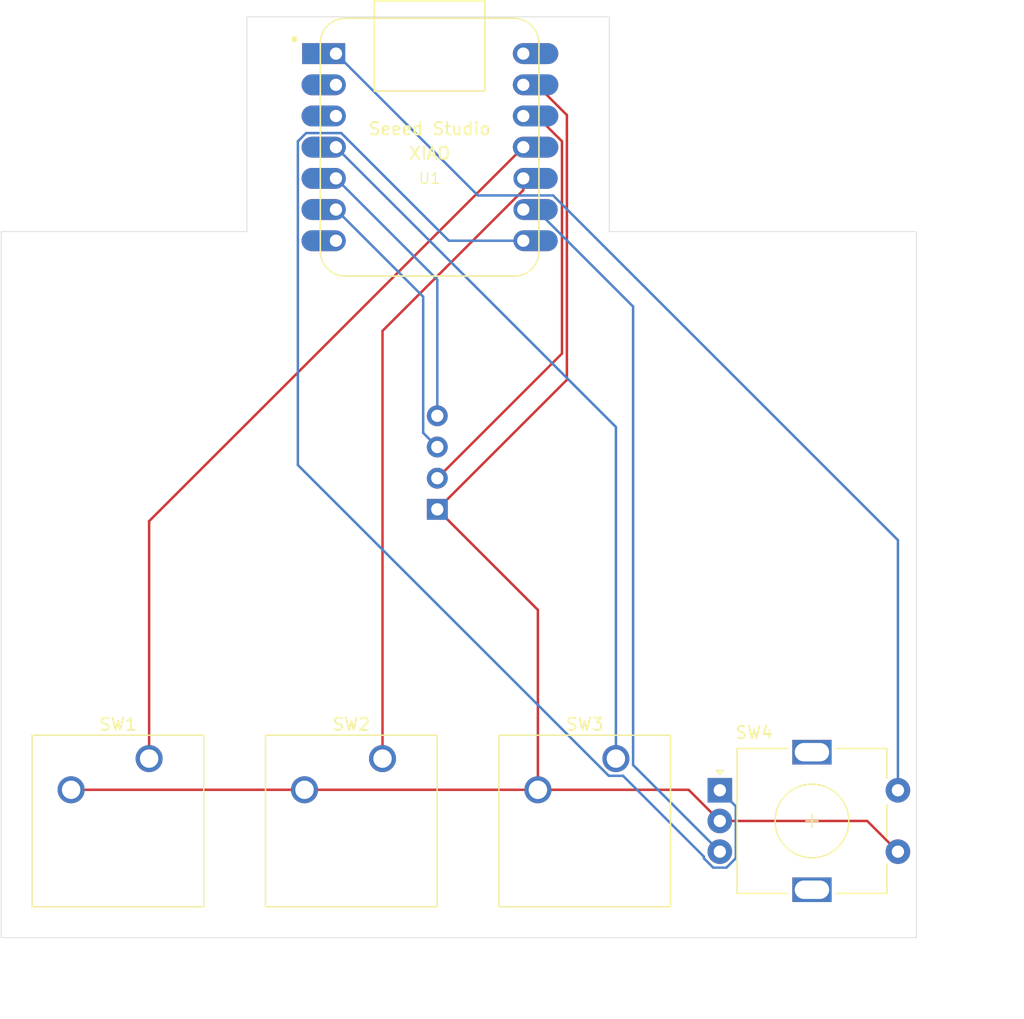
<source format=kicad_pcb>
(kicad_pcb (version 20240108) (generator "pcbnew") (generator_version "8.0")
  (layers (0 "F.Cu" signal) (31 "B.Cu" signal) (34 "B.Paste" user) (35 "F.Paste" user) (36 "B.SilkS" user "B.Silkscreen") (37 "F.SilkS" user "F.Silkscreen") (38 "B.Mask" user) (39 "F.Mask" user) (44 "Edge.Cuts" user))
  (net 0 "")
  (net 1 "Net-(U1-PA6_A10_D10_MOSI)")
  (net 2 "Net-(U1-PA5_A9_D9_MISO)")
  (net 4 "EC11A")
  (net 7 "Net-(U1-PA11_A3_D3)")
  (net 8 "Net-(U1-PA02_A0_D0)")
  (net 9 "EC11B")
  (net 10 "GND")
  (net 11 "Net-(J1-SCL)")
  (net 12 "+3.3V")
  (net 13 "Net-(J1-SDA)")
  (footprint "Rotary_Encoder:RotaryEncoder_Alps_EC11E-Switch_Vertical_H20mm" (layer "F.Cu") (at 177 120)
    (property "Reference" "SW4" (at 2.8 -4.7 0) (layer "F.SilkS"))
    (property "Value" "RotaryEncoder_Switch")
    (fp_line (start -0.3 -1.6) (end 0.3 -1.6) (stroke (width 0.12)) (layer "F.SilkS"))
    (fp_line (start 0 -1.3) (end -0.3 -1.6) (stroke (width 0.12)) (layer "F.SilkS"))
    (fp_line (start 0.3 -1.6) (end 0 -1.3) (stroke (width 0.12)) (layer "F.SilkS"))
    (fp_line (start 1.4 -3.4) (end 1.4 8.4) (stroke (width 0.12)) (layer "F.SilkS"))
    (fp_line (start 5.5 -3.4) (end 1.4 -3.4) (stroke (width 0.12)) (layer "F.SilkS"))
    (fp_line (start 5.5 8.4) (end 1.4 8.4) (stroke (width 0.12)) (layer "F.SilkS"))
    (fp_line (start 7 2.5) (end 8 2.5) (stroke (width 0.12)) (layer "F.SilkS"))
    (fp_line (start 7.5 2) (end 7.5 3) (stroke (width 0.12)) (layer "F.SilkS"))
    (fp_line (start 9.5 -3.4) (end 13.6 -3.4) (stroke (width 0.12)) (layer "F.SilkS"))
    (fp_line (start 13.6 -3.4) (end 13.6 -1) (stroke (width 0.12)) (layer "F.SilkS"))
    (fp_line (start 13.6 1.2) (end 13.6 3.8) (stroke (width 0.12)) (layer "F.SilkS"))
    (fp_line (start 13.6 6) (end 13.6 8.4) (stroke (width 0.12)) (layer "F.SilkS"))
    (fp_line (start 13.6 8.4) (end 9.5 8.4) (stroke (width 0.12)) (layer "F.SilkS"))
    (fp_circle (center 7.5 2.5) (end 10.5 2.5) (stroke (width 0.12)) (fill none) (layer "F.SilkS"))
    (pad "A" thru_hole rect (at 0 0) (size 2 2) (drill 1) (layers "*.Cu" "*.Mask") (net 4 "EC11A"))
    (pad "B" thru_hole circle (at 0 5) (size 2 2) (drill 1) (layers "*.Cu" "*.Mask") (net 9 "EC11B"))
    (pad "C" thru_hole circle (at 0 2.5) (size 2 2) (drill 1) (layers "*.Cu" "*.Mask") (net 10 "GND"))
    (pad "MP" thru_hole rect (at 7.5 -3.1) (size 3.2 2) (drill oval 2.8 1.5) (layers "*.Cu" "*.Mask"))
    (pad "MP" thru_hole rect (at 7.5 8.1) (size 3.2 2) (drill oval 2.8 1.5) (layers "*.Cu" "*.Mask"))
    (pad "S1" thru_hole circle (at 14.5 5) (size 2 2) (drill 1) (layers "*.Cu" "*.Mask") (net 10 "GND"))
    (pad "S2" thru_hole circle (at 14.5 0) (size 2 2) (drill 1) (layers "*.Cu" "*.Mask") (net 8 "Net-(U1-PA02_A0_D0)"))
  )
  (footprint "Button_Switch_Keyboard:SW_Cherry_MX_1.00u_PCB" (layer "F.Cu") (at 168.54 117.42)
    (property "Reference" "SW3" (at -2.54 -2.794 0) (layer "F.SilkS"))
    (property "Value" "SW_Push")
    (fp_line (start -9.525 -1.905) (end 4.445 -1.905) (stroke (width 0.12)) (layer "F.SilkS"))
    (fp_line (start -9.525 12.065) (end -9.525 -1.905) (stroke (width 0.12)) (layer "F.SilkS"))
    (fp_line (start 4.445 -1.905) (end 4.445 12.065) (stroke (width 0.12)) (layer "F.SilkS"))
    (fp_line (start 4.445 12.065) (end -9.525 12.065) (stroke (width 0.12)) (layer "F.SilkS"))
    (pad "" np_thru_hole circle (at -7.62 5.08) (size 1.7 1.7) (drill 1.7) (layers "*.Cu" "*.Mask"))
    (pad "" np_thru_hole circle (at -2.54 5.08) (size 4 4) (drill 4) (layers "*.Cu" "*.Mask"))
    (pad "" np_thru_hole circle (at 2.54 5.08) (size 1.7 1.7) (drill 1.7) (layers "*.Cu" "*.Mask"))
    (pad "1" thru_hole circle (at 0 0) (size 2.2 2.2) (drill 1.5) (layers "*.Cu" "*.Mask") (net 7 "Net-(U1-PA11_A3_D3)"))
    (pad "2" thru_hole circle (at -6.35 2.54) (size 2.2 2.2) (drill 1.5) (layers "*.Cu" "*.Mask") (net 10 "GND"))
  )
  (footprint "XIAO_PCB:OLED_128x32" (layer "F.Cu") (at 152.4 87.32)
    (property "Reference" "J1" (hide yes))
    (property "Value" "OLED_128x32")
    (pad "1" thru_hole rect (at 1.6 9.8 180) (size 1.7 1.7) (drill 1) (layers "*.Cu" "*.Mask") (net 10 "GND"))
    (pad "2" thru_hole oval (at 1.6 7.26 180) (size 1.7 1.7) (drill 1) (layers "*.Cu" "*.Mask") (net 12 "+3.3V"))
    (pad "3" thru_hole oval (at 1.6 4.72 180) (size 1.7 1.7) (drill 1) (layers "*.Cu" "*.Mask") (net 11 "Net-(J1-SCL)"))
    (pad "4" thru_hole oval (at 1.6 2.18 180) (size 1.7 1.7) (drill 1) (layers "*.Cu" "*.Mask") (net 13 "Net-(J1-SDA)"))
  )
  (footprint "Button_Switch_Keyboard:SW_Cherry_MX_1.00u_PCB" (layer "F.Cu") (at 149.54 117.42)
    (property "Reference" "SW2" (at -2.54 -2.794 0) (layer "F.SilkS"))
    (property "Value" "SW_Push")
    (fp_line (start -9.525 -1.905) (end 4.445 -1.905) (stroke (width 0.12)) (layer "F.SilkS"))
    (fp_line (start -9.525 12.065) (end -9.525 -1.905) (stroke (width 0.12)) (layer "F.SilkS"))
    (fp_line (start 4.445 -1.905) (end 4.445 12.065) (stroke (width 0.12)) (layer "F.SilkS"))
    (fp_line (start 4.445 12.065) (end -9.525 12.065) (stroke (width 0.12)) (layer "F.SilkS"))
    (pad "" np_thru_hole circle (at -7.62 5.08) (size 1.7 1.7) (drill 1.7) (layers "*.Cu" "*.Mask"))
    (pad "" np_thru_hole circle (at -2.54 5.08) (size 4 4) (drill 4) (layers "*.Cu" "*.Mask"))
    (pad "" np_thru_hole circle (at 2.54 5.08) (size 1.7 1.7) (drill 1.7) (layers "*.Cu" "*.Mask"))
    (pad "1" thru_hole circle (at 0 0) (size 2.2 2.2) (drill 1.5) (layers "*.Cu" "*.Mask") (net 2 "Net-(U1-PA5_A9_D9_MISO)"))
    (pad "2" thru_hole circle (at -6.35 2.54) (size 2.2 2.2) (drill 1.5) (layers "*.Cu" "*.Mask") (net 10 "GND"))
  )
  (footprint "Button_Switch_Keyboard:SW_Cherry_MX_1.00u_PCB" (layer "F.Cu") (at 130.54 117.42)
    (property "Reference" "SW1" (at -2.54 -2.794 0) (layer "F.SilkS"))
    (property "Value" "SW_Push")
    (fp_line (start -9.525 -1.905) (end 4.445 -1.905) (stroke (width 0.12)) (layer "F.SilkS"))
    (fp_line (start -9.525 12.065) (end -9.525 -1.905) (stroke (width 0.12)) (layer "F.SilkS"))
    (fp_line (start 4.445 -1.905) (end 4.445 12.065) (stroke (width 0.12)) (layer "F.SilkS"))
    (fp_line (start 4.445 12.065) (end -9.525 12.065) (stroke (width 0.12)) (layer "F.SilkS"))
    (pad "" np_thru_hole circle (at -7.62 5.08) (size 1.7 1.7) (drill 1.7) (layers "*.Cu" "*.Mask"))
    (pad "" np_thru_hole circle (at -2.54 5.08) (size 4 4) (drill 4) (layers "*.Cu" "*.Mask"))
    (pad "" np_thru_hole circle (at 2.54 5.08) (size 1.7 1.7) (drill 1.7) (layers "*.Cu" "*.Mask"))
    (pad "1" thru_hole circle (at 0 0) (size 2.2 2.2) (drill 1.5) (layers "*.Cu" "*.Mask") (net 1 "Net-(U1-PA6_A10_D10_MOSI)"))
    (pad "2" thru_hole circle (at -6.35 2.54) (size 2.2 2.2) (drill 1.5) (layers "*.Cu" "*.Mask") (net 10 "GND"))
  )
  (footprint "XIAO_PCB:XIAO-Generic-Hybrid-14P-2.54-21X17.8MM" (layer "F.Cu") (at 153.375 67.62)
    (property "Reference" "U1" (at 0 2.54 0) (layer "F.SilkS") (effects (font (size 0.889 0.889) (thickness 0.1016))))
    (property "Value" "MOUDLE-SEEEDUINO-XIAO" (hide yes))
    (fp_line (start -8.9 -8.5) (end -8.9 8.5) (stroke (width 0.127)) (layer "F.SilkS"))
    (fp_line (start -6.9 10.5) (end 6.9 10.5) (stroke (width 0.127)) (layer "F.SilkS"))
    (fp_line (start -4.5 -11.92403) (end 4.5 -11.92403) (stroke (width 0.127)) (layer "F.SilkS"))
    (fp_line (start -4.5 -4.57073) (end -4.5 -11.92403) (stroke (width 0.127)) (layer "F.SilkS"))
    (fp_line (start 4.5 -11.92403) (end 4.5 -4.57073) (stroke (width 0.127)) (layer "F.SilkS"))
    (fp_line (start 4.5 -4.57073) (end -4.5 -4.57073) (stroke (width 0.127)) (layer "F.SilkS"))
    (fp_line (start 6.9 -10.49909) (end -6.9 -10.49909) (stroke (width 0.127)) (layer "F.SilkS"))
    (fp_line (start 8.9 8.5) (end 8.9 -8.5) (stroke (width 0.127)) (layer "F.SilkS"))
    (fp_arc (start -8.9 -8.5) (mid -8.301491 -9.901491) (end -6.9 -10.5) (stroke (width 0.12)) (layer "F.SilkS"))
    (fp_arc (start -6.9 10.5) (mid -8.301423 9.901423) (end -8.9 8.5) (stroke (width 0.12)) (layer "F.SilkS"))
    (fp_arc (start 6.9 -10.5) (mid 8.301494 -9.901494) (end 8.9 -8.5) (stroke (width 0.12)) (layer "F.SilkS"))
    (fp_arc (start 8.9 8.5) (mid 8.314214 9.914214) (end 6.9 10.5) (stroke (width 0.12)) (layer "F.SilkS"))
    (fp_circle (center -11 -8.8) (end -11 -9.054) (fill solid) (layer "F.SilkS"))
    (fp_poly (pts (xy -8.887715 -8.561705) (xy -8.884667 -8.610473) (xy -8.880603 -8.659494)) (stroke (width 0.0254)) (fill none) (layer "F.SilkS"))
    (fp_poly (pts (xy 8.889492 8.521574) (xy 8.887713 8.57085) (xy 8.884665 8.619618) (xy 8.880601 8.668639) (xy 8.875268 8.717407) (xy 8.868664 8.766175) (xy 8.861044 8.81469) (xy 8.852153 8.86295) (xy 8.842248 8.910955)) (stroke (width 0.0254)) (fill none) (layer "F.SilkS"))
    (fp_text user "Seeed Studio" (at 0 -1.5 0) (layer "F.SilkS"))
    (fp_text user "XIAO" (at 0 0.5 0) (layer "F.SilkS"))
    (pad "1" thru_hole rect (at -7.625 -7.62) (size 3.5 1.7) (drill 1 (offset -1 0)) (layers "*.Cu" "*.Mask") (net 8 "Net-(U1-PA02_A0_D0)"))
    (pad "2" thru_hole oval (at -7.625 -5.08) (size 3.6 1.7) (drill 1 (offset -1 0)) (layers "*.Cu" "*.Mask"))
    (pad "3" thru_hole oval (at -7.625 -2.54) (size 3.6 1.7) (drill 1 (offset -1 0)) (layers "*.Cu" "*.Mask"))
    (pad "4" thru_hole oval (at -7.625 0) (size 3.6 1.7) (drill 1 (offset -1 0)) (layers "*.Cu" "*.Mask") (net 7 "Net-(U1-PA11_A3_D3)"))
    (pad "5" thru_hole oval (at -7.625 2.54) (size 3.6 1.7) (drill 1 (offset -1 0)) (layers "*.Cu" "*.Mask") (net 13 "Net-(J1-SDA)"))
    (pad "6" thru_hole oval (at -7.625 5.08 180) (size 3.6 1.7) (drill 1 (offset 1 0)) (layers "*.Cu" "*.Mask") (net 11 "Net-(J1-SCL)"))
    (pad "7" thru_hole oval (at -7.625 7.62) (size 3.6 1.7) (drill 1 (offset -1 0)) (layers "*.Cu" "*.Mask"))
    (pad "8" thru_hole oval (at 7.625 7.62) (size 3.6 1.7) (drill 1 (offset 1 0)) (layers "*.Cu" "*.Mask") (net 4 "EC11A"))
    (pad "9" thru_hole oval (at 7.625 5.08) (size 3.6 1.7) (drill 1 (offset 1 0)) (layers "*.Cu" "*.Mask") (net 9 "EC11B"))
    (pad "10" thru_hole oval (at 7.625 2.54) (size 3.6 1.7) (drill 1 (offset 1 0)) (layers "*.Cu" "*.Mask") (net 2 "Net-(U1-PA5_A9_D9_MISO)"))
    (pad "11" thru_hole oval (at 7.625 0) (size 3.7 1.7) (drill 1 (offset 1 0)) (layers "*.Cu" "*.Mask") (net 1 "Net-(U1-PA6_A10_D10_MOSI)"))
    (pad "12" thru_hole oval (at 7.625 -2.54) (size 3.7 1.7) (drill 1 (offset 1 0)) (layers "*.Cu" "*.Mask") (net 12 "+3.3V"))
    (pad "13" thru_hole oval (at 7.625 -5.08) (size 3.7 1.7) (drill 1 (offset 1 0)) (layers "*.Cu" "*.Mask") (net 10 "GND"))
    (pad "14" thru_hole oval (at 7.625 -7.62) (size 3.7 1.7) (drill 1 (offset 1 0)) (layers "*.Cu" "*.Mask"))
  )
  (gr_line (start 118.5 132) (end 118.5 74.5) (stroke (width 0.05)) (layer "Edge.Cuts"))
  (gr_line (start 118.5 132) (end 193 132) (stroke (width 0.05)) (layer "Edge.Cuts"))
  (gr_line (start 193 132) (end 193 74.5) (stroke (width 0.05)) (layer "Edge.Cuts"))
  (gr_line (start 138.5 57) (end 138.5 74.5) (stroke (width 0.05)) (layer "Edge.Cuts"))
  (gr_line (start 168 74.5) (end 193 74.5) (stroke (width 0.05)) (layer "Edge.Cuts"))
  (gr_line (start 138.5 57) (end 168 57) (stroke (width 0.05)) (layer "Edge.Cuts"))
  (gr_line (start 138.5 74.5) (end 125.5 74.5) (stroke (width 0.05)) (layer "Edge.Cuts"))
  (gr_line (start 118.5 74.5) (end 125.5 74.5) (stroke (width 0.05)) (layer "Edge.Cuts"))
  (gr_line (start 168 57) (end 168 74.5) (stroke (width 0.05)) (layer "Edge.Cuts"))
  (segment (start 130.54 98.08) (end 161 67.62) (width 0.2) (layer "F.Cu") (net 1))
  (segment (start 130.54 117.42) (end 130.54 98.08) (width 0.2) (layer "F.Cu") (net 1))
  (segment (start 161 71.123654) (end 161 70.16) (width 0.2) (layer "F.Cu") (net 2))
  (segment (start 149.54 82.583654) (end 161 71.123654) (width 0.2) (layer "F.Cu") (net 2))
  (segment (start 149.54 117.42) (end 149.54 82.583654) (width 0.2) (layer "F.Cu") (net 2))
  (segment (start 142.65 67.143654) (end 143.323654 66.47) (width 0.2) (layer "B.Cu") (net 4))
  (segment (start 167.960101 118.82) (end 142.65 93.509899) (width 0.2) (layer "B.Cu") (net 4))
  (segment (start 169.119899 118.82) (end 167.960101 118.82) (width 0.2) (layer "B.Cu") (net 4))
  (segment (start 178.3 125.538478) (end 177.538478 126.3) (width 0.2) (layer "B.Cu") (net 4))
  (segment (start 175.7 125.538478) (end 175.7 125.400101) (width 0.2) (layer "B.Cu") (net 4))
  (segment (start 177 120) (end 178.3 121.3) (width 0.2) (layer "B.Cu") (net 4))
  (segment (start 176.461522 126.3) (end 175.7 125.538478) (width 0.2) (layer "B.Cu") (net 4))
  (segment (start 154.946346 75.24) (end 161 75.24) (width 0.2) (layer "B.Cu") (net 4))
  (segment (start 146.176346 66.47) (end 154.946346 75.24) (width 0.2) (layer "B.Cu") (net 4))
  (segment (start 177.538478 126.3) (end 176.461522 126.3) (width 0.2) (layer "B.Cu") (net 4))
  (segment (start 142.65 93.509899) (end 142.65 67.143654) (width 0.2) (layer "B.Cu") (net 4))
  (segment (start 178.3 121.3) (end 178.3 125.538478) (width 0.2) (layer "B.Cu") (net 4))
  (segment (start 175.7 125.400101) (end 169.119899 118.82) (width 0.2) (layer "B.Cu") (net 4))
  (segment (start 143.323654 66.47) (end 146.176346 66.47) (width 0.2) (layer "B.Cu") (net 4))
  (segment (start 145.75 67.62) (end 168.54 90.41) (width 0.2) (layer "B.Cu") (net 7))
  (segment (start 168.54 90.41) (end 168.54 117.42) (width 0.2) (layer "B.Cu") (net 7))
  (segment (start 191.5 99.623654) (end 191.5 120) (width 0.2) (layer "B.Cu") (net 8))
  (segment (start 157.3 71.55) (end 163.426346 71.55) (width 0.2) (layer "B.Cu") (net 8))
  (segment (start 163.426346 71.55) (end 191.5 99.623654) (width 0.2) (layer "B.Cu") (net 8))
  (segment (start 145.75 60) (end 157.3 71.55) (width 0.2) (layer "B.Cu") (net 8))
  (segment (start 162.036346 72.7) (end 161 72.7) (width 0.2) (layer "B.Cu") (net 9))
  (segment (start 169.94 80.603654) (end 162.036346 72.7) (width 0.2) (layer "B.Cu") (net 9))
  (segment (start 177 125) (end 169.94 117.94) (width 0.2) (layer "B.Cu") (net 9))
  (segment (start 169.94 117.94) (end 169.94 80.603654) (width 0.2) (layer "B.Cu") (net 9))
  (segment (start 162.19 119.96) (end 162.19 105.31) (width 0.2) (layer "F.Cu") (net 10))
  (segment (start 162.086346 62.54) (end 161 62.54) (width 0.2) (layer "F.Cu") (net 10))
  (segment (start 174.46 119.96) (end 177 122.5) (width 0.2) (layer "F.Cu") (net 10))
  (segment (start 164.55 86.57) (end 164.55 65.003654) (width 0.2) (layer "F.Cu") (net 10))
  (segment (start 189 122.5) (end 191.5 125) (width 0.2) (layer "F.Cu") (net 10))
  (segment (start 162.19 119.96) (end 174.46 119.96) (width 0.2) (layer "F.Cu") (net 10))
  (segment (start 177 122.5) (end 189 122.5) (width 0.2) (layer "F.Cu") (net 10))
  (segment (start 143.19 119.96) (end 162.19 119.96) (width 0.2) (layer "F.Cu") (net 10))
  (segment (start 164.55 65.003654) (end 162.086346 62.54) (width 0.2) (layer "F.Cu") (net 10))
  (segment (start 162.19 105.31) (end 154 97.12) (width 0.2) (layer "F.Cu") (net 10))
  (segment (start 154 97.12) (end 164.55 86.57) (width 0.2) (layer "F.Cu") (net 10))
  (segment (start 124.19 119.96) (end 143.19 119.96) (width 0.2) (layer "F.Cu") (net 10))
  (segment (start 152.85 79.8) (end 152.85 90.89) (width 0.2) (layer "B.Cu") (net 11))
  (segment (start 152.85 90.89) (end 154 92.04) (width 0.2) (layer "B.Cu") (net 11))
  (segment (start 145.75 72.7) (end 152.85 79.8) (width 0.2) (layer "B.Cu") (net 11))
  (segment (start 164.15 67.143654) (end 162.086346 65.08) (width 0.2) (layer "F.Cu") (net 12))
  (segment (start 162.086346 65.08) (end 161 65.08) (width 0.2) (layer "F.Cu") (net 12))
  (segment (start 164.15 84.43) (end 164.15 67.143654) (width 0.2) (layer "F.Cu") (net 12))
  (segment (start 154 94.58) (end 164.15 84.43) (width 0.2) (layer "F.Cu") (net 12))
  (segment (start 145.75 70.16) (end 154 78.41) (width 0.2) (layer "B.Cu") (net 13))
  (segment (start 154 78.41) (end 154 89.5) (width 0.2) (layer "B.Cu") (net 13))
  (segment (start 153.51 89.01) (end 154 89.5) (width 0.2) (layer "B.Cu") (net 13))
)
</source>
